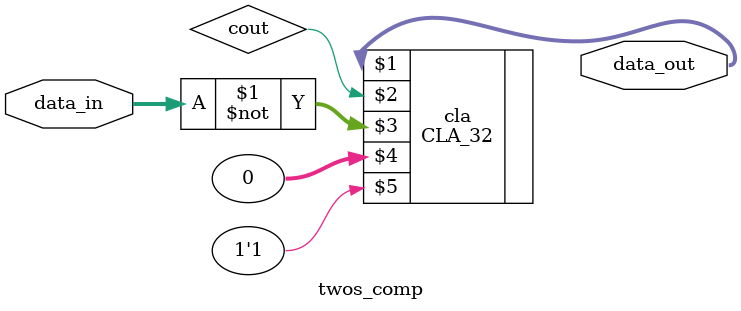
<source format=v>
module twos_comp(data_in, data_out);

    input[31:0] data_in;
    output[31:0] data_out;

    wire cout;

    CLA_32 cla(data_out, cout, ~data_in, 32'b0, 1'b1);

endmodule
</source>
